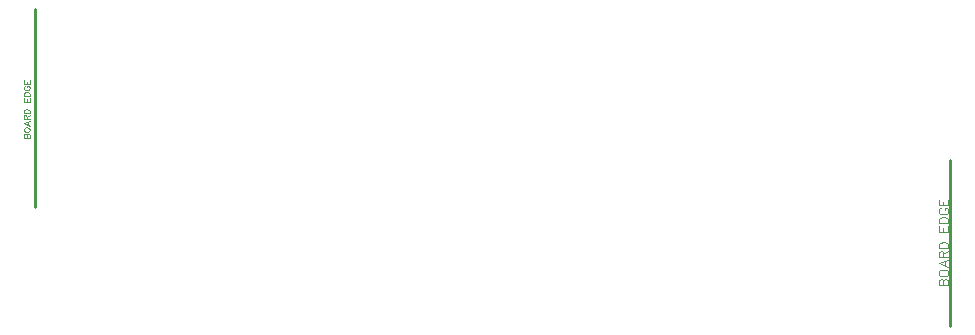
<source format=gbr>
G04 DipTrace 2.4.0.2*
%INÂåðõíÿÿãðàôèêà.gbr*%
%MOIN*%
%ADD10C,0.0098*%
%ADD12C,0.003*%
%ADD83C,0.0046*%
%FSLAX44Y44*%
G04*
G70*
G90*
G75*
G01*
%LNTopAssy*%
%LPD*%
X5839Y11646D2*
D10*
Y18228D1*
X36347Y7689D2*
Y13201D1*
X5456Y13943D2*
D12*
X5657D1*
Y14029D1*
X5647Y14058D1*
X5637Y14067D1*
X5618Y14077D1*
X5590D1*
X5570Y14067D1*
X5561Y14058D1*
X5551Y14029D1*
X5542Y14058D1*
X5532Y14067D1*
X5513Y14077D1*
X5494D1*
X5475Y14067D1*
X5465Y14058D1*
X5456Y14029D1*
Y13943D1*
X5551D2*
Y14029D1*
X5456Y14196D2*
X5465Y14177D1*
X5484Y14158D1*
X5503Y14148D1*
X5532Y14138D1*
X5580D1*
X5609Y14148D1*
X5628Y14158D1*
X5647Y14177D1*
X5657Y14196D1*
Y14234D1*
X5647Y14253D1*
X5628Y14272D1*
X5609Y14282D1*
X5580Y14291D1*
X5532D1*
X5503Y14282D1*
X5484Y14272D1*
X5465Y14253D1*
X5456Y14234D1*
Y14196D1*
X5657Y14506D2*
X5456Y14430D1*
X5657Y14353D1*
X5590Y14382D2*
Y14478D1*
X5551Y14568D2*
Y14654D1*
X5542Y14683D1*
X5532Y14693D1*
X5513Y14702D1*
X5494D1*
X5475Y14693D1*
X5465Y14683D1*
X5456Y14654D1*
Y14568D1*
X5657D1*
X5551Y14635D2*
X5657Y14702D1*
X5456Y14764D2*
X5657D1*
Y14831D1*
X5647Y14860D1*
X5628Y14879D1*
X5609Y14888D1*
X5580Y14898D1*
X5532D1*
X5503Y14888D1*
X5484Y14879D1*
X5465Y14860D1*
X5456Y14831D1*
Y14764D1*
Y15278D2*
Y15154D1*
X5657D1*
Y15278D1*
X5551Y15154D2*
Y15230D1*
X5456Y15340D2*
X5657D1*
Y15407D1*
X5647Y15436D1*
X5628Y15455D1*
X5609Y15464D1*
X5580Y15474D1*
X5532D1*
X5503Y15464D1*
X5484Y15455D1*
X5465Y15436D1*
X5456Y15407D1*
Y15340D1*
X5503Y15679D2*
X5484Y15670D1*
X5465Y15650D1*
X5456Y15631D1*
Y15593D1*
X5465Y15574D1*
X5484Y15555D1*
X5503Y15545D1*
X5532Y15536D1*
X5580D1*
X5609Y15545D1*
X5628Y15555D1*
X5647Y15574D1*
X5657Y15593D1*
Y15631D1*
X5647Y15650D1*
X5628Y15670D1*
X5609Y15679D1*
X5580D1*
Y15631D1*
X5456Y15865D2*
Y15741D1*
X5657D1*
Y15865D1*
X5551Y15741D2*
Y15817D1*
X35965Y11008D2*
D83*
Y10822D1*
X36267D1*
Y11008D1*
X36109Y10822D2*
Y10937D1*
X35965Y11101D2*
X36267D1*
Y11201D1*
X36252Y11245D1*
X36223Y11273D1*
X36195Y11288D1*
X36152Y11302D1*
X36080D1*
X36037Y11288D1*
X36008Y11273D1*
X35979Y11245D1*
X35965Y11201D1*
Y11101D1*
X36037Y11610D2*
X36008Y11596D1*
X35979Y11567D1*
X35965Y11538D1*
Y11481D1*
X35979Y11452D1*
X36008Y11423D1*
X36037Y11409D1*
X36080Y11395D1*
X36152D1*
X36195Y11409D1*
X36223Y11423D1*
X36252Y11452D1*
X36267Y11481D1*
Y11538D1*
X36252Y11567D1*
X36223Y11596D1*
X36195Y11610D1*
X36152D1*
Y11538D1*
X35965Y11889D2*
Y11702D1*
X36267D1*
Y11889D1*
X36109Y11702D2*
Y11817D1*
X35969Y9031D2*
X36270D1*
Y9160D1*
X36256Y9203D1*
X36241Y9217D1*
X36213Y9232D1*
X36170D1*
X36141Y9217D1*
X36127Y9203D1*
X36112Y9160D1*
X36098Y9203D1*
X36084Y9217D1*
X36055Y9232D1*
X36026D1*
X35998Y9217D1*
X35983Y9203D1*
X35969Y9160D1*
Y9031D1*
X36112D2*
Y9160D1*
X35969Y9410D2*
X35983Y9382D1*
X36012Y9353D1*
X36041Y9339D1*
X36084Y9324D1*
X36156D1*
X36198Y9339D1*
X36227Y9353D1*
X36256Y9382D1*
X36270Y9410D1*
Y9468D1*
X36256Y9496D1*
X36227Y9525D1*
X36198Y9539D1*
X36156Y9554D1*
X36084D1*
X36041Y9539D1*
X36012Y9525D1*
X35983Y9496D1*
X35969Y9468D1*
Y9410D1*
X36270Y9876D2*
X35969Y9761D1*
X36270Y9646D1*
X36170Y9689D2*
Y9833D1*
X36112Y9969D2*
Y10098D1*
X36098Y10141D1*
X36084Y10156D1*
X36055Y10170D1*
X36026D1*
X35998Y10156D1*
X35983Y10141D1*
X35969Y10098D1*
Y9969D1*
X36270D1*
X36112Y10069D2*
X36270Y10170D1*
X35969Y10262D2*
X36270D1*
Y10363D1*
X36256Y10406D1*
X36227Y10435D1*
X36198Y10449D1*
X36156Y10463D1*
X36084D1*
X36041Y10449D1*
X36012Y10435D1*
X35983Y10406D1*
X35969Y10363D1*
Y10262D1*
M02*

</source>
